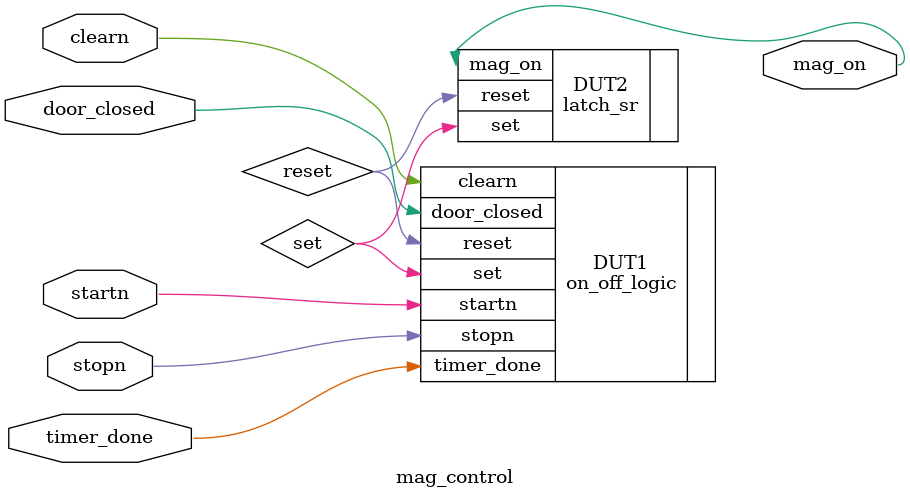
<source format=v>

module mag_control (input wire startn, stopn, clearn, door_closed, timer_done,
                            output wire mag_on);

wire set, reset;

on_off_logic DUT1(.startn(startn), .stopn(stopn), .clearn(clearn), .door_closed(door_closed),
                        .timer_done(timer_done), .set(set), .reset(reset));
                        
latch_sr DUT2(.set(set), .reset(reset), .mag_on(mag_on));

    
endmodule
</source>
